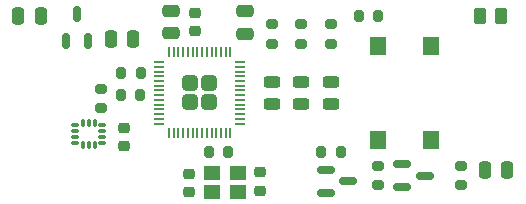
<source format=gbr>
%TF.GenerationSoftware,KiCad,Pcbnew,9.0.4*%
%TF.CreationDate,2025-10-08T21:43:02+01:00*%
%TF.ProjectId,DashcamPower,44617368-6361-46d5-906f-7765722e6b69,rev?*%
%TF.SameCoordinates,Original*%
%TF.FileFunction,Paste,Top*%
%TF.FilePolarity,Positive*%
%FSLAX46Y46*%
G04 Gerber Fmt 4.6, Leading zero omitted, Abs format (unit mm)*
G04 Created by KiCad (PCBNEW 9.0.4) date 2025-10-08 21:43:02*
%MOMM*%
%LPD*%
G01*
G04 APERTURE LIST*
G04 Aperture macros list*
%AMRoundRect*
0 Rectangle with rounded corners*
0 $1 Rounding radius*
0 $2 $3 $4 $5 $6 $7 $8 $9 X,Y pos of 4 corners*
0 Add a 4 corners polygon primitive as box body*
4,1,4,$2,$3,$4,$5,$6,$7,$8,$9,$2,$3,0*
0 Add four circle primitives for the rounded corners*
1,1,$1+$1,$2,$3*
1,1,$1+$1,$4,$5*
1,1,$1+$1,$6,$7*
1,1,$1+$1,$8,$9*
0 Add four rect primitives between the rounded corners*
20,1,$1+$1,$2,$3,$4,$5,0*
20,1,$1+$1,$4,$5,$6,$7,0*
20,1,$1+$1,$6,$7,$8,$9,0*
20,1,$1+$1,$8,$9,$2,$3,0*%
G04 Aperture macros list end*
%ADD10RoundRect,0.200000X-0.200000X-0.275000X0.200000X-0.275000X0.200000X0.275000X-0.200000X0.275000X0*%
%ADD11RoundRect,0.200000X-0.275000X0.200000X-0.275000X-0.200000X0.275000X-0.200000X0.275000X0.200000X0*%
%ADD12RoundRect,0.225000X0.250000X-0.225000X0.250000X0.225000X-0.250000X0.225000X-0.250000X-0.225000X0*%
%ADD13RoundRect,0.200000X0.275000X-0.200000X0.275000X0.200000X-0.275000X0.200000X-0.275000X-0.200000X0*%
%ADD14RoundRect,0.150000X-0.587500X-0.150000X0.587500X-0.150000X0.587500X0.150000X-0.587500X0.150000X0*%
%ADD15RoundRect,0.250000X0.250000X0.475000X-0.250000X0.475000X-0.250000X-0.475000X0.250000X-0.475000X0*%
%ADD16R,1.400000X1.600000*%
%ADD17RoundRect,0.087500X-0.225000X-0.087500X0.225000X-0.087500X0.225000X0.087500X-0.225000X0.087500X0*%
%ADD18RoundRect,0.087500X-0.087500X-0.225000X0.087500X-0.225000X0.087500X0.225000X-0.087500X0.225000X0*%
%ADD19RoundRect,0.249999X-0.395001X-0.395001X0.395001X-0.395001X0.395001X0.395001X-0.395001X0.395001X0*%
%ADD20RoundRect,0.050000X-0.387500X-0.050000X0.387500X-0.050000X0.387500X0.050000X-0.387500X0.050000X0*%
%ADD21RoundRect,0.050000X-0.050000X-0.387500X0.050000X-0.387500X0.050000X0.387500X-0.050000X0.387500X0*%
%ADD22RoundRect,0.250000X0.475000X-0.250000X0.475000X0.250000X-0.475000X0.250000X-0.475000X-0.250000X0*%
%ADD23RoundRect,0.243750X-0.456250X0.243750X-0.456250X-0.243750X0.456250X-0.243750X0.456250X0.243750X0*%
%ADD24RoundRect,0.150000X0.150000X-0.512500X0.150000X0.512500X-0.150000X0.512500X-0.150000X-0.512500X0*%
%ADD25R,1.400000X1.200000*%
%ADD26RoundRect,0.200000X0.200000X0.275000X-0.200000X0.275000X-0.200000X-0.275000X0.200000X-0.275000X0*%
%ADD27RoundRect,0.225000X-0.250000X0.225000X-0.250000X-0.225000X0.250000X-0.225000X0.250000X0.225000X0*%
%ADD28RoundRect,0.250000X0.262500X0.450000X-0.262500X0.450000X-0.262500X-0.450000X0.262500X-0.450000X0*%
%ADD29RoundRect,0.250000X-0.250000X-0.475000X0.250000X-0.475000X0.250000X0.475000X-0.250000X0.475000X0*%
G04 APERTURE END LIST*
D10*
%TO.C,R4*%
X97675000Y-105000000D03*
X99325000Y-105000000D03*
%TD*%
D11*
%TO.C,R5*%
X79000000Y-99675000D03*
X79000000Y-101325000D03*
%TD*%
D12*
%TO.C,C4*%
X87000000Y-94775000D03*
X87000000Y-93225000D03*
%TD*%
D13*
%TO.C,R15*%
X96000000Y-95825000D03*
X96000000Y-94175000D03*
%TD*%
%TO.C,R3*%
X102500000Y-107825000D03*
X102500000Y-106175000D03*
%TD*%
D14*
%TO.C,Q2*%
X98062500Y-106550000D03*
X98062500Y-108450000D03*
X99937500Y-107500000D03*
%TD*%
D12*
%TO.C,C5*%
X81000000Y-104500000D03*
X81000000Y-102950000D03*
%TD*%
D15*
%TO.C,C1*%
X73950000Y-93500000D03*
X72050000Y-93500000D03*
%TD*%
D16*
%TO.C,SW1*%
X102500000Y-104000000D03*
X102500000Y-96000000D03*
X107000000Y-104000000D03*
X107000000Y-96000000D03*
%TD*%
D17*
%TO.C,U2*%
X76837500Y-102750000D03*
X76837500Y-103250000D03*
X76837500Y-103750000D03*
X76837500Y-104250000D03*
D18*
X77500000Y-104412500D03*
X78000000Y-104412500D03*
X78500000Y-104412500D03*
D17*
X79162500Y-104250000D03*
X79162500Y-103750000D03*
X79162500Y-103250000D03*
X79162500Y-102750000D03*
D18*
X78500000Y-102587500D03*
X78000000Y-102587500D03*
X77500000Y-102587500D03*
%TD*%
D10*
%TO.C,R17*%
X100850000Y-93500000D03*
X102500000Y-93500000D03*
%TD*%
%TO.C,R6*%
X80725000Y-100200000D03*
X82375000Y-100200000D03*
%TD*%
D19*
%TO.C,U3*%
X86600000Y-99200000D03*
X86600000Y-100800000D03*
X88200000Y-99200000D03*
X88200000Y-100800000D03*
D20*
X83962500Y-97400000D03*
X83962500Y-97800000D03*
X83962500Y-98200000D03*
X83962500Y-98600000D03*
X83962500Y-99000000D03*
X83962500Y-99400000D03*
X83962500Y-99800000D03*
X83962500Y-100200000D03*
X83962500Y-100600000D03*
X83962500Y-101000000D03*
X83962500Y-101400000D03*
X83962500Y-101800000D03*
X83962500Y-102200000D03*
X83962500Y-102600000D03*
D21*
X84800000Y-103437500D03*
X85200000Y-103437500D03*
X85600000Y-103437500D03*
X86000000Y-103437500D03*
X86400000Y-103437500D03*
X86800000Y-103437500D03*
X87200000Y-103437500D03*
X87600000Y-103437500D03*
X88000000Y-103437500D03*
X88400000Y-103437500D03*
X88800000Y-103437500D03*
X89200000Y-103437500D03*
X89600000Y-103437500D03*
X90000000Y-103437500D03*
D20*
X90837500Y-102600000D03*
X90837500Y-102200000D03*
X90837500Y-101800000D03*
X90837500Y-101400000D03*
X90837500Y-101000000D03*
X90837500Y-100600000D03*
X90837500Y-100200000D03*
X90837500Y-99800000D03*
X90837500Y-99400000D03*
X90837500Y-99000000D03*
X90837500Y-98600000D03*
X90837500Y-98200000D03*
X90837500Y-97800000D03*
X90837500Y-97400000D03*
D21*
X90000000Y-96562500D03*
X89600000Y-96562500D03*
X89200000Y-96562500D03*
X88800000Y-96562500D03*
X88400000Y-96562500D03*
X88000000Y-96562500D03*
X87600000Y-96562500D03*
X87200000Y-96562500D03*
X86800000Y-96562500D03*
X86400000Y-96562500D03*
X86000000Y-96562500D03*
X85600000Y-96562500D03*
X85200000Y-96562500D03*
X84800000Y-96562500D03*
%TD*%
D22*
%TO.C,C9*%
X85000000Y-94950000D03*
X85000000Y-93050000D03*
%TD*%
D23*
%TO.C,D3*%
X98500000Y-99062500D03*
X98500000Y-100937500D03*
%TD*%
D13*
%TO.C,R16*%
X98500000Y-95825000D03*
X98500000Y-94175000D03*
%TD*%
D24*
%TO.C,U1*%
X76050000Y-95637500D03*
X77950000Y-95637500D03*
X77000000Y-93362500D03*
%TD*%
D13*
%TO.C,R22*%
X109500000Y-107825000D03*
X109500000Y-106175000D03*
%TD*%
D14*
%TO.C,Q1*%
X104562500Y-106050000D03*
X104562500Y-107950000D03*
X106437500Y-107000000D03*
%TD*%
D25*
%TO.C,Y1*%
X90600000Y-106800000D03*
X88400000Y-106800000D03*
X88400000Y-108400000D03*
X90600000Y-108400000D03*
%TD*%
D26*
%TO.C,R10*%
X89825000Y-105000000D03*
X88175000Y-105000000D03*
%TD*%
D23*
%TO.C,D2*%
X96000000Y-99062500D03*
X96000000Y-100937500D03*
%TD*%
%TO.C,D1*%
X93500000Y-99062500D03*
X93500000Y-100937500D03*
%TD*%
D27*
%TO.C,C11*%
X92500000Y-106725000D03*
X92500000Y-108275000D03*
%TD*%
D28*
%TO.C,R20*%
X112912500Y-93500000D03*
X111087500Y-93500000D03*
%TD*%
D10*
%TO.C,R7*%
X80750000Y-98300000D03*
X82400000Y-98300000D03*
%TD*%
D22*
%TO.C,C6*%
X91250000Y-95000000D03*
X91250000Y-93100000D03*
%TD*%
D12*
%TO.C,C12*%
X86500000Y-108400000D03*
X86500000Y-106850000D03*
%TD*%
D13*
%TO.C,R14*%
X93500000Y-95825000D03*
X93500000Y-94175000D03*
%TD*%
D29*
%TO.C,C3*%
X111550000Y-106500000D03*
X113450000Y-106500000D03*
%TD*%
%TO.C,C2*%
X79850000Y-95450000D03*
X81750000Y-95450000D03*
%TD*%
M02*

</source>
